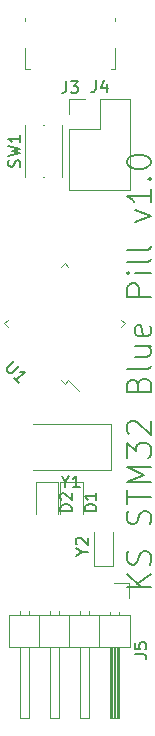
<source format=gbr>
%TF.GenerationSoftware,KiCad,Pcbnew,(5.1.6)-1*%
%TF.CreationDate,2020-09-14T14:29:29+02:00*%
%TF.ProjectId,STM32_blue_pill,53544d33-325f-4626-9c75-655f70696c6c,rev?*%
%TF.SameCoordinates,Original*%
%TF.FileFunction,Legend,Top*%
%TF.FilePolarity,Positive*%
%FSLAX46Y46*%
G04 Gerber Fmt 4.6, Leading zero omitted, Abs format (unit mm)*
G04 Created by KiCad (PCBNEW (5.1.6)-1) date 2020-09-14 14:29:29*
%MOMM*%
%LPD*%
G01*
G04 APERTURE LIST*
%ADD10C,0.150000*%
%ADD11C,0.120000*%
G04 APERTURE END LIST*
D10*
X137254761Y-109208095D02*
X135254761Y-109208095D01*
X137254761Y-108065238D02*
X136111904Y-108922380D01*
X135254761Y-108065238D02*
X136397619Y-109208095D01*
X137159523Y-107303333D02*
X137254761Y-107017619D01*
X137254761Y-106541428D01*
X137159523Y-106350952D01*
X137064285Y-106255714D01*
X136873809Y-106160476D01*
X136683333Y-106160476D01*
X136492857Y-106255714D01*
X136397619Y-106350952D01*
X136302380Y-106541428D01*
X136207142Y-106922380D01*
X136111904Y-107112857D01*
X136016666Y-107208095D01*
X135826190Y-107303333D01*
X135635714Y-107303333D01*
X135445238Y-107208095D01*
X135350000Y-107112857D01*
X135254761Y-106922380D01*
X135254761Y-106446190D01*
X135350000Y-106160476D01*
X137159523Y-103874761D02*
X137254761Y-103589047D01*
X137254761Y-103112857D01*
X137159523Y-102922380D01*
X137064285Y-102827142D01*
X136873809Y-102731904D01*
X136683333Y-102731904D01*
X136492857Y-102827142D01*
X136397619Y-102922380D01*
X136302380Y-103112857D01*
X136207142Y-103493809D01*
X136111904Y-103684285D01*
X136016666Y-103779523D01*
X135826190Y-103874761D01*
X135635714Y-103874761D01*
X135445238Y-103779523D01*
X135350000Y-103684285D01*
X135254761Y-103493809D01*
X135254761Y-103017619D01*
X135350000Y-102731904D01*
X135254761Y-102160476D02*
X135254761Y-101017619D01*
X137254761Y-101589047D02*
X135254761Y-101589047D01*
X137254761Y-100350952D02*
X135254761Y-100350952D01*
X136683333Y-99684285D01*
X135254761Y-99017619D01*
X137254761Y-99017619D01*
X135254761Y-98255714D02*
X135254761Y-97017619D01*
X136016666Y-97684285D01*
X136016666Y-97398571D01*
X136111904Y-97208095D01*
X136207142Y-97112857D01*
X136397619Y-97017619D01*
X136873809Y-97017619D01*
X137064285Y-97112857D01*
X137159523Y-97208095D01*
X137254761Y-97398571D01*
X137254761Y-97970000D01*
X137159523Y-98160476D01*
X137064285Y-98255714D01*
X135445238Y-96255714D02*
X135350000Y-96160476D01*
X135254761Y-95970000D01*
X135254761Y-95493809D01*
X135350000Y-95303333D01*
X135445238Y-95208095D01*
X135635714Y-95112857D01*
X135826190Y-95112857D01*
X136111904Y-95208095D01*
X137254761Y-96350952D01*
X137254761Y-95112857D01*
X136207142Y-92065238D02*
X136302380Y-91779523D01*
X136397619Y-91684285D01*
X136588095Y-91589047D01*
X136873809Y-91589047D01*
X137064285Y-91684285D01*
X137159523Y-91779523D01*
X137254761Y-91970000D01*
X137254761Y-92731904D01*
X135254761Y-92731904D01*
X135254761Y-92065238D01*
X135350000Y-91874761D01*
X135445238Y-91779523D01*
X135635714Y-91684285D01*
X135826190Y-91684285D01*
X136016666Y-91779523D01*
X136111904Y-91874761D01*
X136207142Y-92065238D01*
X136207142Y-92731904D01*
X137254761Y-90446190D02*
X137159523Y-90636666D01*
X136969047Y-90731904D01*
X135254761Y-90731904D01*
X135921428Y-88827142D02*
X137254761Y-88827142D01*
X135921428Y-89684285D02*
X136969047Y-89684285D01*
X137159523Y-89589047D01*
X137254761Y-89398571D01*
X137254761Y-89112857D01*
X137159523Y-88922380D01*
X137064285Y-88827142D01*
X137159523Y-87112857D02*
X137254761Y-87303333D01*
X137254761Y-87684285D01*
X137159523Y-87874761D01*
X136969047Y-87970000D01*
X136207142Y-87970000D01*
X136016666Y-87874761D01*
X135921428Y-87684285D01*
X135921428Y-87303333D01*
X136016666Y-87112857D01*
X136207142Y-87017619D01*
X136397619Y-87017619D01*
X136588095Y-87970000D01*
X137254761Y-84636666D02*
X135254761Y-84636666D01*
X135254761Y-83874761D01*
X135350000Y-83684285D01*
X135445238Y-83589047D01*
X135635714Y-83493809D01*
X135921428Y-83493809D01*
X136111904Y-83589047D01*
X136207142Y-83684285D01*
X136302380Y-83874761D01*
X136302380Y-84636666D01*
X137254761Y-82636666D02*
X135921428Y-82636666D01*
X135254761Y-82636666D02*
X135350000Y-82731904D01*
X135445238Y-82636666D01*
X135350000Y-82541428D01*
X135254761Y-82636666D01*
X135445238Y-82636666D01*
X137254761Y-81398571D02*
X137159523Y-81589047D01*
X136969047Y-81684285D01*
X135254761Y-81684285D01*
X137254761Y-80350952D02*
X137159523Y-80541428D01*
X136969047Y-80636666D01*
X135254761Y-80636666D01*
X135921428Y-78255714D02*
X137254761Y-77779523D01*
X135921428Y-77303333D01*
X137254761Y-75493809D02*
X137254761Y-76636666D01*
X137254761Y-76065238D02*
X135254761Y-76065238D01*
X135540476Y-76255714D01*
X135730952Y-76446190D01*
X135826190Y-76636666D01*
X137064285Y-74636666D02*
X137159523Y-74541428D01*
X137254761Y-74636666D01*
X137159523Y-74731904D01*
X137064285Y-74636666D01*
X137254761Y-74636666D01*
X135254761Y-73303333D02*
X135254761Y-73112857D01*
X135350000Y-72922380D01*
X135445238Y-72827142D01*
X135635714Y-72731904D01*
X136016666Y-72636666D01*
X136492857Y-72636666D01*
X136873809Y-72731904D01*
X137064285Y-72827142D01*
X137159523Y-72922380D01*
X137254761Y-73112857D01*
X137254761Y-73303333D01*
X137159523Y-73493809D01*
X137064285Y-73589047D01*
X136873809Y-73684285D01*
X136492857Y-73779523D01*
X136016666Y-73779523D01*
X135635714Y-73684285D01*
X135445238Y-73589047D01*
X135350000Y-73493809D01*
X135254761Y-73303333D01*
D11*
%TO.C,J3*%
X126620000Y-65320000D02*
X127000000Y-65320000D01*
X126620000Y-61270000D02*
X126620000Y-61010000D01*
X126620000Y-65320000D02*
X126620000Y-63550000D01*
X134240000Y-65320000D02*
X133860000Y-65320000D01*
X134240000Y-63550000D02*
X134240000Y-65320000D01*
X134240000Y-61010000D02*
X134240000Y-61270000D01*
%TO.C,SW1*%
X128250000Y-70090000D02*
X128150000Y-70090000D01*
X129750000Y-74490000D02*
X129750000Y-70090000D01*
X126650000Y-70090000D02*
X126650000Y-74490000D01*
X128250000Y-74490000D02*
X128150000Y-74490000D01*
%TO.C,Y2*%
X132460000Y-104535000D02*
X132460000Y-107385000D01*
X132460000Y-107385000D02*
X134060000Y-107385000D01*
X134060000Y-107385000D02*
X134060000Y-104535000D01*
%TO.C,Y1*%
X127310000Y-99320000D02*
X133860000Y-99320000D01*
X133860000Y-99320000D02*
X133860000Y-95420000D01*
X133860000Y-95420000D02*
X127310000Y-95420000D01*
%TO.C,U1*%
X130289410Y-82095011D02*
X129971212Y-81776813D01*
X129971212Y-81776813D02*
X129653014Y-82095011D01*
X134758325Y-86563926D02*
X135076523Y-86882124D01*
X135076523Y-86882124D02*
X134758325Y-87200322D01*
X125184099Y-87200322D02*
X124865901Y-86882124D01*
X124865901Y-86882124D02*
X125184099Y-86563926D01*
X129653014Y-91669237D02*
X129971212Y-91987435D01*
X129971212Y-91987435D02*
X130289410Y-91669237D01*
X130289410Y-91669237D02*
X131201578Y-92581405D01*
%TO.C,J5*%
X135500000Y-111610000D02*
X125220000Y-111610000D01*
X125220000Y-111610000D02*
X125220000Y-114270000D01*
X125220000Y-114270000D02*
X135500000Y-114270000D01*
X135500000Y-114270000D02*
X135500000Y-111610000D01*
X134550000Y-114270000D02*
X134550000Y-120270000D01*
X134550000Y-120270000D02*
X133790000Y-120270000D01*
X133790000Y-120270000D02*
X133790000Y-114270000D01*
X134490000Y-114270000D02*
X134490000Y-120270000D01*
X134370000Y-114270000D02*
X134370000Y-120270000D01*
X134250000Y-114270000D02*
X134250000Y-120270000D01*
X134130000Y-114270000D02*
X134130000Y-120270000D01*
X134010000Y-114270000D02*
X134010000Y-120270000D01*
X133890000Y-114270000D02*
X133890000Y-120270000D01*
X134550000Y-111280000D02*
X134550000Y-111610000D01*
X133790000Y-111280000D02*
X133790000Y-111610000D01*
X132900000Y-111610000D02*
X132900000Y-114270000D01*
X132010000Y-114270000D02*
X132010000Y-120270000D01*
X132010000Y-120270000D02*
X131250000Y-120270000D01*
X131250000Y-120270000D02*
X131250000Y-114270000D01*
X132010000Y-111212929D02*
X132010000Y-111610000D01*
X131250000Y-111212929D02*
X131250000Y-111610000D01*
X130360000Y-111610000D02*
X130360000Y-114270000D01*
X129470000Y-114270000D02*
X129470000Y-120270000D01*
X129470000Y-120270000D02*
X128710000Y-120270000D01*
X128710000Y-120270000D02*
X128710000Y-114270000D01*
X129470000Y-111212929D02*
X129470000Y-111610000D01*
X128710000Y-111212929D02*
X128710000Y-111610000D01*
X127820000Y-111610000D02*
X127820000Y-114270000D01*
X126930000Y-114270000D02*
X126930000Y-120270000D01*
X126930000Y-120270000D02*
X126170000Y-120270000D01*
X126170000Y-120270000D02*
X126170000Y-114270000D01*
X126930000Y-111212929D02*
X126930000Y-111610000D01*
X126170000Y-111212929D02*
X126170000Y-111610000D01*
X134170000Y-108900000D02*
X135440000Y-108900000D01*
X135440000Y-108900000D02*
X135440000Y-110170000D01*
%TO.C,J4*%
X130340000Y-75590000D02*
X135540000Y-75590000D01*
X130340000Y-70450000D02*
X130340000Y-75590000D01*
X135540000Y-67850000D02*
X135540000Y-75590000D01*
X130340000Y-70450000D02*
X132940000Y-70450000D01*
X132940000Y-70450000D02*
X132940000Y-67850000D01*
X132940000Y-67850000D02*
X135540000Y-67850000D01*
X130340000Y-69180000D02*
X130340000Y-67850000D01*
X130340000Y-67850000D02*
X131670000Y-67850000D01*
%TO.C,D2*%
X129440000Y-103030000D02*
X129440000Y-100345000D01*
X129440000Y-100345000D02*
X127520000Y-100345000D01*
X127520000Y-100345000D02*
X127520000Y-103030000D01*
%TO.C,D1*%
X131520000Y-103027500D02*
X131520000Y-100342500D01*
X131520000Y-100342500D02*
X129600000Y-100342500D01*
X129600000Y-100342500D02*
X129600000Y-103027500D01*
%TO.C,J3*%
D10*
X130096666Y-66362380D02*
X130096666Y-67076666D01*
X130049047Y-67219523D01*
X129953809Y-67314761D01*
X129810952Y-67362380D01*
X129715714Y-67362380D01*
X130477619Y-66362380D02*
X131096666Y-66362380D01*
X130763333Y-66743333D01*
X130906190Y-66743333D01*
X131001428Y-66790952D01*
X131049047Y-66838571D01*
X131096666Y-66933809D01*
X131096666Y-67171904D01*
X131049047Y-67267142D01*
X131001428Y-67314761D01*
X130906190Y-67362380D01*
X130620476Y-67362380D01*
X130525238Y-67314761D01*
X130477619Y-67267142D01*
%TO.C,SW1*%
X126154761Y-73623333D02*
X126202380Y-73480476D01*
X126202380Y-73242380D01*
X126154761Y-73147142D01*
X126107142Y-73099523D01*
X126011904Y-73051904D01*
X125916666Y-73051904D01*
X125821428Y-73099523D01*
X125773809Y-73147142D01*
X125726190Y-73242380D01*
X125678571Y-73432857D01*
X125630952Y-73528095D01*
X125583333Y-73575714D01*
X125488095Y-73623333D01*
X125392857Y-73623333D01*
X125297619Y-73575714D01*
X125250000Y-73528095D01*
X125202380Y-73432857D01*
X125202380Y-73194761D01*
X125250000Y-73051904D01*
X125202380Y-72718571D02*
X126202380Y-72480476D01*
X125488095Y-72290000D01*
X126202380Y-72099523D01*
X125202380Y-71861428D01*
X126202380Y-70956666D02*
X126202380Y-71528095D01*
X126202380Y-71242380D02*
X125202380Y-71242380D01*
X125345238Y-71337619D01*
X125440476Y-71432857D01*
X125488095Y-71528095D01*
%TO.C,Y2*%
X131436190Y-106211190D02*
X131912380Y-106211190D01*
X130912380Y-106544523D02*
X131436190Y-106211190D01*
X130912380Y-105877857D01*
X131007619Y-105592142D02*
X130960000Y-105544523D01*
X130912380Y-105449285D01*
X130912380Y-105211190D01*
X130960000Y-105115952D01*
X131007619Y-105068333D01*
X131102857Y-105020714D01*
X131198095Y-105020714D01*
X131340952Y-105068333D01*
X131912380Y-105639761D01*
X131912380Y-105020714D01*
%TO.C,Y1*%
X130033809Y-100296190D02*
X130033809Y-100772380D01*
X129700476Y-99772380D02*
X130033809Y-100296190D01*
X130367142Y-99772380D01*
X131224285Y-100772380D02*
X130652857Y-100772380D01*
X130938571Y-100772380D02*
X130938571Y-99772380D01*
X130843333Y-99915238D01*
X130748095Y-100010476D01*
X130652857Y-100058095D01*
%TO.C,U1*%
X125683114Y-90092725D02*
X125110694Y-90665145D01*
X125077022Y-90766160D01*
X125077022Y-90833504D01*
X125110694Y-90934519D01*
X125245381Y-91069206D01*
X125346396Y-91102878D01*
X125413740Y-91102878D01*
X125514755Y-91069206D01*
X126087175Y-90496786D01*
X126087175Y-91911000D02*
X125683114Y-91506939D01*
X125885144Y-91708969D02*
X126592251Y-91001863D01*
X126423892Y-91035534D01*
X126289205Y-91035534D01*
X126188190Y-91001863D01*
%TO.C,J5*%
X135892380Y-114888333D02*
X136606666Y-114888333D01*
X136749523Y-114935952D01*
X136844761Y-115031190D01*
X136892380Y-115174047D01*
X136892380Y-115269285D01*
X135892380Y-113935952D02*
X135892380Y-114412142D01*
X136368571Y-114459761D01*
X136320952Y-114412142D01*
X136273333Y-114316904D01*
X136273333Y-114078809D01*
X136320952Y-113983571D01*
X136368571Y-113935952D01*
X136463809Y-113888333D01*
X136701904Y-113888333D01*
X136797142Y-113935952D01*
X136844761Y-113983571D01*
X136892380Y-114078809D01*
X136892380Y-114316904D01*
X136844761Y-114412142D01*
X136797142Y-114459761D01*
%TO.C,J4*%
X132606666Y-66302380D02*
X132606666Y-67016666D01*
X132559047Y-67159523D01*
X132463809Y-67254761D01*
X132320952Y-67302380D01*
X132225714Y-67302380D01*
X133511428Y-66635714D02*
X133511428Y-67302380D01*
X133273333Y-66254761D02*
X133035238Y-66969047D01*
X133654285Y-66969047D01*
%TO.C,D2*%
X130582380Y-102768095D02*
X129582380Y-102768095D01*
X129582380Y-102530000D01*
X129630000Y-102387142D01*
X129725238Y-102291904D01*
X129820476Y-102244285D01*
X130010952Y-102196666D01*
X130153809Y-102196666D01*
X130344285Y-102244285D01*
X130439523Y-102291904D01*
X130534761Y-102387142D01*
X130582380Y-102530000D01*
X130582380Y-102768095D01*
X129677619Y-101815714D02*
X129630000Y-101768095D01*
X129582380Y-101672857D01*
X129582380Y-101434761D01*
X129630000Y-101339523D01*
X129677619Y-101291904D01*
X129772857Y-101244285D01*
X129868095Y-101244285D01*
X130010952Y-101291904D01*
X130582380Y-101863333D01*
X130582380Y-101244285D01*
%TO.C,D1*%
X132662380Y-102765595D02*
X131662380Y-102765595D01*
X131662380Y-102527500D01*
X131710000Y-102384642D01*
X131805238Y-102289404D01*
X131900476Y-102241785D01*
X132090952Y-102194166D01*
X132233809Y-102194166D01*
X132424285Y-102241785D01*
X132519523Y-102289404D01*
X132614761Y-102384642D01*
X132662380Y-102527500D01*
X132662380Y-102765595D01*
X132662380Y-101241785D02*
X132662380Y-101813214D01*
X132662380Y-101527500D02*
X131662380Y-101527500D01*
X131805238Y-101622738D01*
X131900476Y-101717976D01*
X131948095Y-101813214D01*
%TD*%
M02*

</source>
